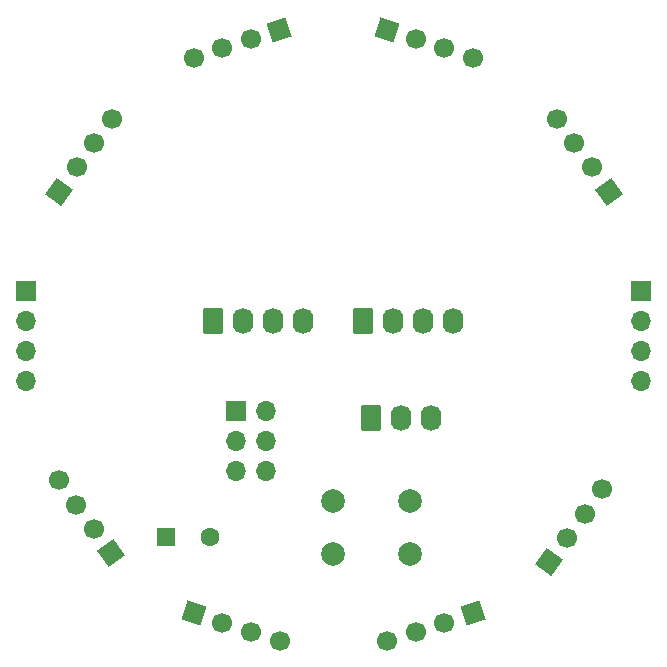
<source format=gbr>
%TF.GenerationSoftware,KiCad,Pcbnew,6.0.11+dfsg-1~bpo11+1*%
%TF.CreationDate,2023-02-26T17:05:11+01:00*%
%TF.ProjectId,ultrasonic_board,756c7472-6173-46f6-9e69-635f626f6172,rev?*%
%TF.SameCoordinates,PX8b48bd0PY4eb9cf0*%
%TF.FileFunction,Soldermask,Bot*%
%TF.FilePolarity,Negative*%
%FSLAX46Y46*%
G04 Gerber Fmt 4.6, Leading zero omitted, Abs format (unit mm)*
G04 Created by KiCad (PCBNEW 6.0.11+dfsg-1~bpo11+1) date 2023-02-26 17:05:11*
%MOMM*%
%LPD*%
G01*
G04 APERTURE LIST*
G04 Aperture macros list*
%AMRoundRect*
0 Rectangle with rounded corners*
0 $1 Rounding radius*
0 $2 $3 $4 $5 $6 $7 $8 $9 X,Y pos of 4 corners*
0 Add a 4 corners polygon primitive as box body*
4,1,4,$2,$3,$4,$5,$6,$7,$8,$9,$2,$3,0*
0 Add four circle primitives for the rounded corners*
1,1,$1+$1,$2,$3*
1,1,$1+$1,$4,$5*
1,1,$1+$1,$6,$7*
1,1,$1+$1,$8,$9*
0 Add four rect primitives between the rounded corners*
20,1,$1+$1,$2,$3,$4,$5,0*
20,1,$1+$1,$4,$5,$6,$7,0*
20,1,$1+$1,$6,$7,$8,$9,0*
20,1,$1+$1,$8,$9,$2,$3,0*%
%AMHorizOval*
0 Thick line with rounded ends*
0 $1 width*
0 $2 $3 position (X,Y) of the first rounded end (center of the circle)*
0 $4 $5 position (X,Y) of the second rounded end (center of the circle)*
0 Add line between two ends*
20,1,$1,$2,$3,$4,$5,0*
0 Add two circle primitives to create the rounded ends*
1,1,$1,$2,$3*
1,1,$1,$4,$5*%
%AMRotRect*
0 Rectangle, with rotation*
0 The origin of the aperture is its center*
0 $1 length*
0 $2 width*
0 $3 Rotation angle, in degrees counterclockwise*
0 Add horizontal line*
21,1,$1,$2,0,0,$3*%
G04 Aperture macros list end*
%ADD10R,1.600000X1.600000*%
%ADD11C,1.600000*%
%ADD12RoundRect,0.249999X-0.620001X-0.845001X0.620001X-0.845001X0.620001X0.845001X-0.620001X0.845001X0*%
%ADD13O,1.740000X2.190000*%
%ADD14R,1.700000X1.700000*%
%ADD15O,1.700000X1.700000*%
%ADD16RotRect,1.700000X1.700000X216.000000*%
%ADD17HorizOval,1.700000X0.000000X0.000000X0.000000X0.000000X0*%
%ADD18RotRect,1.700000X1.700000X72.000000*%
%ADD19HorizOval,1.700000X0.000000X0.000000X0.000000X0.000000X0*%
%ADD20RotRect,1.700000X1.700000X288.000000*%
%ADD21HorizOval,1.700000X0.000000X0.000000X0.000000X0.000000X0*%
%ADD22RotRect,1.700000X1.700000X144.000000*%
%ADD23HorizOval,1.700000X0.000000X0.000000X0.000000X0.000000X0*%
%ADD24C,2.000000*%
G04 APERTURE END LIST*
D10*
%TO.C,C3*%
X-14210604Y-17018000D03*
D11*
X-10410604Y-17018000D03*
%TD*%
D12*
%TO.C,J1*%
X3175000Y-6985000D03*
D13*
X5715000Y-6985000D03*
X8255000Y-6985000D03*
%TD*%
D14*
%TO.C,J2*%
X-8255000Y-6350000D03*
D15*
X-5715000Y-6350000D03*
X-8255000Y-8890000D03*
X-5715000Y-8890000D03*
X-8255000Y-11430000D03*
X-5715000Y-11430000D03*
%TD*%
D12*
%TO.C,J3*%
X2540000Y1270000D03*
D13*
X5080000Y1270000D03*
X7620000Y1270000D03*
X10160000Y1270000D03*
%TD*%
D12*
%TO.C,J4*%
X-10160000Y1270000D03*
D13*
X-7620000Y1270000D03*
X-5080000Y1270000D03*
X-2540000Y1270000D03*
%TD*%
D14*
%TO.C,J5*%
X26035000Y3810000D03*
D15*
X26035000Y1270000D03*
X26035000Y-1270000D03*
X26035000Y-3810000D03*
%TD*%
D16*
%TO.C,J6*%
X23368000Y12192000D03*
D17*
X21875025Y14246903D03*
X20382051Y16301806D03*
X18889076Y18356709D03*
%TD*%
D18*
%TO.C,J7*%
X4572000Y25908000D03*
D19*
X6987684Y25123097D03*
X9403367Y24338194D03*
X11819051Y23553291D03*
%TD*%
D20*
%TO.C,J8*%
X-4572000Y25908000D03*
D21*
X-6987684Y25123097D03*
X-9403367Y24338194D03*
X-11819051Y23553291D03*
%TD*%
D22*
%TO.C,J9*%
X-23241000Y12192000D03*
D23*
X-21748025Y14246903D03*
X-20255051Y16301806D03*
X-18762076Y18356709D03*
%TD*%
D14*
%TO.C,J10*%
X-26035000Y3810000D03*
D15*
X-26035000Y1270000D03*
X-26035000Y-1270000D03*
X-26035000Y-3810000D03*
%TD*%
D16*
%TO.C,J11*%
X-18796000Y-18415000D03*
D17*
X-20288975Y-16360097D03*
X-21781949Y-14305194D03*
X-23274924Y-12250291D03*
%TD*%
D18*
%TO.C,J12*%
X-11811000Y-23495000D03*
D19*
X-9395316Y-24279903D03*
X-6979633Y-25064806D03*
X-4563949Y-25849709D03*
%TD*%
D20*
%TO.C,J13*%
X11811000Y-23495000D03*
D21*
X9395316Y-24279903D03*
X6979633Y-25064806D03*
X4563949Y-25849709D03*
%TD*%
D22*
%TO.C,J14*%
X18288000Y-19177000D03*
D23*
X19780975Y-17122097D03*
X21273949Y-15067194D03*
X22766924Y-13012291D03*
%TD*%
D24*
%TO.C,SW1*%
X0Y-13970000D03*
X6500000Y-13970000D03*
X0Y-18470000D03*
X6500000Y-18470000D03*
%TD*%
M02*

</source>
